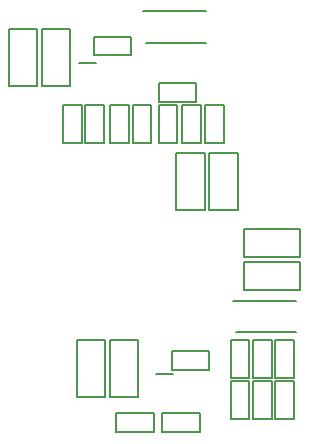
<source format=gto>
G04*
G04 #@! TF.GenerationSoftware,Altium Limited,Altium Designer,21.8.1 (53)*
G04*
G04 Layer_Color=65535*
%FSAX44Y44*%
%MOMM*%
G71*
G04*
G04 #@! TF.SameCoordinates,6BB75745-684E-4E6C-8D6C-D78F644A18B4*
G04*
G04*
G04 #@! TF.FilePolarity,Positive*
G04*
G01*
G75*
%ADD10C,0.2000*%
D10*
X01170500Y00711320D02*
X01224270D01*
X01173230Y00684680D02*
X01224270D01*
X01085000Y00696000D02*
X01109000D01*
X01085000Y00648000D02*
X01109000D01*
Y00696000D01*
X01085000Y00648000D02*
Y00696000D01*
X01227000Y00543000D02*
Y00591000D01*
X01251000Y00543000D02*
Y00591000D01*
X01227000Y00543000D02*
X01251000D01*
X01227000Y00591000D02*
X01251000D01*
X01256000Y00503000D02*
X01304000D01*
X01256000Y00527000D02*
X01304000D01*
Y00503000D02*
Y00527000D01*
X01256000Y00503000D02*
Y00527000D01*
Y00475000D02*
X01304000D01*
X01256000Y00499000D02*
X01304000D01*
Y00475000D02*
Y00499000D01*
X01256000Y00475000D02*
Y00499000D01*
X01246750Y00466320D02*
X01300520D01*
X01249480Y00439680D02*
X01300520D01*
X01117000Y00668000D02*
X01131000D01*
X01182000Y00404000D02*
X01196000D01*
X01245000Y00401000D02*
Y00433000D01*
X01261000Y00401000D02*
Y00433000D01*
X01245000Y00401000D02*
X01261000D01*
X01245000Y00433000D02*
X01261000D01*
X01283000Y00366500D02*
Y00398500D01*
X01299000Y00366500D02*
Y00398500D01*
X01283000D02*
X01299000D01*
X01283000Y00366500D02*
X01299000D01*
X01280000Y00366500D02*
Y00398500D01*
X01264000Y00366500D02*
Y00398500D01*
Y00366500D02*
X01280000D01*
X01264000Y00398500D02*
X01280000D01*
X01264000Y00433000D02*
X01280000D01*
X01264000Y00401000D02*
X01280000D01*
X01264000D02*
Y00433000D01*
X01280000Y00401000D02*
Y00433000D01*
X01283000Y00401000D02*
Y00433000D01*
X01299000Y00401000D02*
Y00433000D01*
X01283000Y00401000D02*
X01299000D01*
X01283000Y00433000D02*
X01299000D01*
X01261000Y00366500D02*
Y00398500D01*
X01245000Y00366500D02*
Y00398500D01*
Y00366500D02*
X01261000D01*
X01245000Y00398500D02*
X01261000D01*
X01143000Y00385000D02*
Y00433000D01*
X01167000Y00385000D02*
Y00433000D01*
X01143000Y00385000D02*
X01167000D01*
X01143000Y00433000D02*
X01167000D01*
X01187000Y00371000D02*
X01219000D01*
X01187000Y00355000D02*
X01219000D01*
Y00371000D01*
X01187000Y00355000D02*
Y00371000D01*
X01148000Y00355000D02*
Y00371000D01*
X01180000Y00355000D02*
Y00371000D01*
X01148000D02*
X01180000D01*
X01148000Y00355000D02*
X01180000D01*
X01195000Y00424000D02*
X01227000D01*
X01195000Y00408000D02*
X01227000D01*
X01195000D02*
Y00424000D01*
X01227000Y00408000D02*
Y00424000D01*
X01143000Y00632000D02*
X01159000D01*
X01143000Y00600000D02*
X01159000D01*
X01143000D02*
Y00632000D01*
X01159000Y00600000D02*
Y00632000D01*
X01057000Y00648000D02*
Y00696000D01*
X01081000Y00648000D02*
Y00696000D01*
X01057000Y00648000D02*
X01081000D01*
X01057000Y00696000D02*
X01081000D01*
X01239000Y00600000D02*
Y00632000D01*
X01223000Y00600000D02*
Y00632000D01*
X01239000D01*
X01223000Y00600000D02*
X01239000D01*
X01199000Y00591000D02*
X01223000D01*
X01199000Y00543000D02*
X01223000D01*
Y00591000D01*
X01199000Y00543000D02*
Y00591000D01*
X01184000Y00632000D02*
X01200000D01*
X01184000Y00600000D02*
X01200000D01*
X01184000D02*
Y00632000D01*
X01200000Y00600000D02*
Y00632000D01*
X01216000Y00635000D02*
Y00651000D01*
X01184000Y00635000D02*
Y00651000D01*
Y00635000D02*
X01216000D01*
X01184000Y00651000D02*
X01216000D01*
X01204000Y00600000D02*
X01220000D01*
X01204000Y00632000D02*
X01220000D01*
Y00600000D02*
Y00632000D01*
X01204000Y00600000D02*
Y00632000D01*
X01122000D02*
X01138000D01*
X01122000Y00600000D02*
X01138000D01*
X01122000D02*
Y00632000D01*
X01138000Y00600000D02*
Y00632000D01*
X01115000Y00433000D02*
X01139000D01*
X01115000Y00385000D02*
X01139000D01*
Y00433000D01*
X01115000Y00385000D02*
Y00433000D01*
X01162000Y00600000D02*
X01178000D01*
X01162000Y00632000D02*
X01178000D01*
Y00600000D02*
Y00632000D01*
X01162000Y00600000D02*
Y00632000D01*
X01103000Y00600000D02*
X01119000D01*
X01103000Y00632000D02*
X01119000D01*
X01103000Y00600000D02*
Y00632000D01*
X01119000Y00600000D02*
Y00632000D01*
X01161000Y00674000D02*
Y00690000D01*
X01129000Y00674000D02*
Y00690000D01*
Y00674000D02*
X01161000D01*
X01129000Y00690000D02*
X01161000D01*
M02*

</source>
